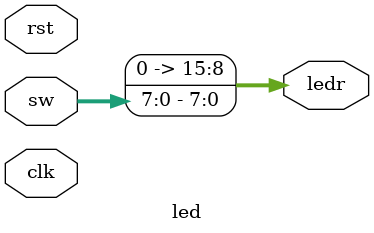
<source format=v>
module led(
  input clk,
  input rst,
  input [7:0] sw,
  output [15:0] ledr
);
  //reg [31:0] count;
  //reg [7:0] led;
  //always @(posedge clk) begin
  //  if (rst) begin led <= 1; count <= 0; end
  //  else begin
  //    if (count == 0) led <= {led[6:0], led[7]};
  //    count <= (count >= 5000000 ? 32'b0 : count + 1);
  //  end
  //end

  assign ledr = {8'b00000000, sw};
endmodule

</source>
